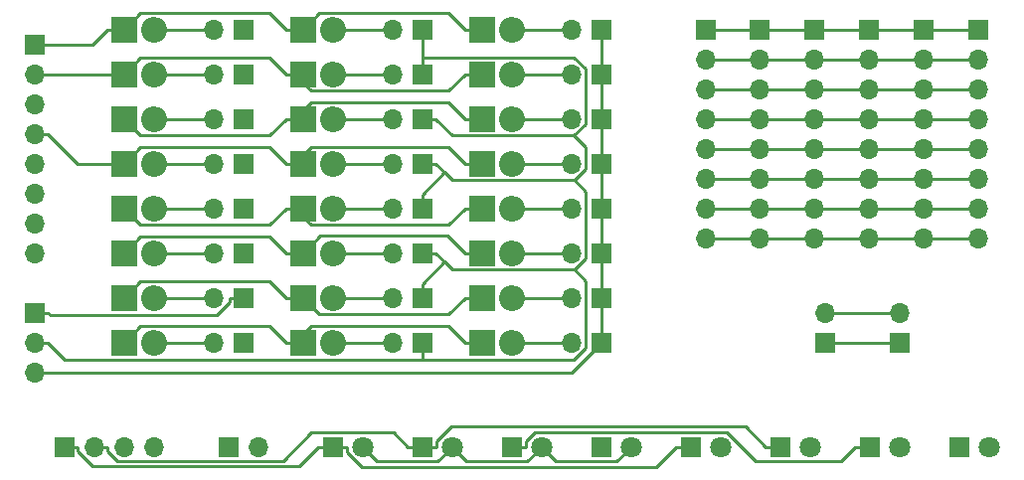
<source format=gbr>
G04 #@! TF.GenerationSoftware,KiCad,Pcbnew,(5.1.2-1)-1*
G04 #@! TF.CreationDate,2019-08-12T18:50:58+10:00*
G04 #@! TF.ProjectId,SmallPCB,536d616c-6c50-4434-922e-6b696361645f,rev?*
G04 #@! TF.SameCoordinates,Original*
G04 #@! TF.FileFunction,Copper,L1,Top*
G04 #@! TF.FilePolarity,Positive*
%FSLAX46Y46*%
G04 Gerber Fmt 4.6, Leading zero omitted, Abs format (unit mm)*
G04 Created by KiCad (PCBNEW (5.1.2-1)-1) date 2019-08-12 18:50:58*
%MOMM*%
%LPD*%
G04 APERTURE LIST*
%ADD10O,1.700000X1.700000*%
%ADD11R,1.700000X1.700000*%
%ADD12C,1.800000*%
%ADD13R,1.800000X1.800000*%
%ADD14O,2.200000X2.200000*%
%ADD15R,2.200000X2.200000*%
%ADD16C,0.250000*%
G04 APERTURE END LIST*
D10*
X136280000Y-63500000D03*
X136280000Y-60960000D03*
X136280000Y-58420000D03*
X136280000Y-55880000D03*
X136280000Y-53340000D03*
X136280000Y-50800000D03*
X136280000Y-48260000D03*
D11*
X136280000Y-45720000D03*
D10*
X131630000Y-63500000D03*
X131630000Y-60960000D03*
X131630000Y-58420000D03*
X131630000Y-55880000D03*
X131630000Y-53340000D03*
X131630000Y-50800000D03*
X131630000Y-48260000D03*
D11*
X131630000Y-45720000D03*
D10*
X126980000Y-63500000D03*
X126980000Y-60960000D03*
X126980000Y-58420000D03*
X126980000Y-55880000D03*
X126980000Y-53340000D03*
X126980000Y-50800000D03*
X126980000Y-48260000D03*
D11*
X126980000Y-45720000D03*
D10*
X122330000Y-63500000D03*
X122330000Y-60960000D03*
X122330000Y-58420000D03*
X122330000Y-55880000D03*
X122330000Y-53340000D03*
X122330000Y-50800000D03*
X122330000Y-48260000D03*
D11*
X122330000Y-45720000D03*
D10*
X117680000Y-63500000D03*
X117680000Y-60960000D03*
X117680000Y-58420000D03*
X117680000Y-55880000D03*
X117680000Y-53340000D03*
X117680000Y-50800000D03*
X117680000Y-48260000D03*
D11*
X117680000Y-45720000D03*
D10*
X113030000Y-63500000D03*
X113030000Y-60960000D03*
X113030000Y-58420000D03*
X113030000Y-55880000D03*
X113030000Y-53340000D03*
X113030000Y-50800000D03*
X113030000Y-48260000D03*
D11*
X113030000Y-45720000D03*
D10*
X55880000Y-74930000D03*
X55880000Y-72390000D03*
D11*
X55880000Y-69850000D03*
D10*
X66040000Y-81280000D03*
X63500000Y-81280000D03*
X60960000Y-81280000D03*
D11*
X58420000Y-81280000D03*
D10*
X74930000Y-81280000D03*
D11*
X72390000Y-81280000D03*
D12*
X137160000Y-81280000D03*
D13*
X134620000Y-81280000D03*
D12*
X106680000Y-81280000D03*
D13*
X104140000Y-81280000D03*
D12*
X129540000Y-81280000D03*
D13*
X127000000Y-81280000D03*
D12*
X99060000Y-81280000D03*
D13*
X96520000Y-81280000D03*
D12*
X121920000Y-81280000D03*
D13*
X119380000Y-81280000D03*
D12*
X91440000Y-81280000D03*
D13*
X88900000Y-81280000D03*
D12*
X114300000Y-81280000D03*
D13*
X111760000Y-81280000D03*
D12*
X83820000Y-81280000D03*
D13*
X81280000Y-81280000D03*
D10*
X101600000Y-72390000D03*
D11*
X104140000Y-72390000D03*
D10*
X101600000Y-68580000D03*
D11*
X104140000Y-68580000D03*
D10*
X101600000Y-64770000D03*
D11*
X104140000Y-64770000D03*
D10*
X101600000Y-60960000D03*
D11*
X104140000Y-60960000D03*
D10*
X101600000Y-57150000D03*
D11*
X104140000Y-57150000D03*
D10*
X101600000Y-53340000D03*
D11*
X104140000Y-53340000D03*
D10*
X101600000Y-49530000D03*
D11*
X104140000Y-49530000D03*
D10*
X101600000Y-45720000D03*
D11*
X104140000Y-45720000D03*
D14*
X96520000Y-72390000D03*
D15*
X93980000Y-72390000D03*
D14*
X96520000Y-68580000D03*
D15*
X93980000Y-68580000D03*
D14*
X96520000Y-64770000D03*
D15*
X93980000Y-64770000D03*
D14*
X96520000Y-60960000D03*
D15*
X93980000Y-60960000D03*
D14*
X96520000Y-57150000D03*
D15*
X93980000Y-57150000D03*
D14*
X96520000Y-53340000D03*
D15*
X93980000Y-53340000D03*
D14*
X96520000Y-49530000D03*
D15*
X93980000Y-49530000D03*
D14*
X96520000Y-45720000D03*
D15*
X93980000Y-45720000D03*
D10*
X86360000Y-72390000D03*
D11*
X88900000Y-72390000D03*
D10*
X86360000Y-68580000D03*
D11*
X88900000Y-68580000D03*
D10*
X86360000Y-64770000D03*
D11*
X88900000Y-64770000D03*
D10*
X86360000Y-60960000D03*
D11*
X88900000Y-60960000D03*
D10*
X86360000Y-57150000D03*
D11*
X88900000Y-57150000D03*
D10*
X86360000Y-53340000D03*
D11*
X88900000Y-53340000D03*
D10*
X86360000Y-49530000D03*
D11*
X88900000Y-49530000D03*
D10*
X86360000Y-45720000D03*
D11*
X88900000Y-45720000D03*
D14*
X81280000Y-72390000D03*
D15*
X78740000Y-72390000D03*
D14*
X81280000Y-68580000D03*
D15*
X78740000Y-68580000D03*
D14*
X81280000Y-64770000D03*
D15*
X78740000Y-64770000D03*
D14*
X81280000Y-60960000D03*
D15*
X78740000Y-60960000D03*
D14*
X81280000Y-57150000D03*
D15*
X78740000Y-57150000D03*
D14*
X81280000Y-53340000D03*
D15*
X78740000Y-53340000D03*
D14*
X81280000Y-49530000D03*
D15*
X78740000Y-49530000D03*
D14*
X81280000Y-45720000D03*
D15*
X78740000Y-45720000D03*
D10*
X129540000Y-69850000D03*
D11*
X129540000Y-72390000D03*
D10*
X123190000Y-69850000D03*
D11*
X123190000Y-72390000D03*
D10*
X55880000Y-64770000D03*
X55880000Y-62230000D03*
X55880000Y-59690000D03*
X55880000Y-57150000D03*
X55880000Y-54610000D03*
X55880000Y-52070000D03*
X55880000Y-49530000D03*
D11*
X55880000Y-46990000D03*
D10*
X71120000Y-72390000D03*
D11*
X73660000Y-72390000D03*
D10*
X71120000Y-68580000D03*
D11*
X73660000Y-68580000D03*
D10*
X71120000Y-64770000D03*
D11*
X73660000Y-64770000D03*
D10*
X71120000Y-60960000D03*
D11*
X73660000Y-60960000D03*
D10*
X71120000Y-57150000D03*
D11*
X73660000Y-57150000D03*
D10*
X71120000Y-53340000D03*
D11*
X73660000Y-53340000D03*
D10*
X71120000Y-49530000D03*
D11*
X73660000Y-49530000D03*
D10*
X71120000Y-45720000D03*
D11*
X73660000Y-45720000D03*
D14*
X66040000Y-72390000D03*
D15*
X63500000Y-72390000D03*
D14*
X66040000Y-68580000D03*
D15*
X63500000Y-68580000D03*
D14*
X66040000Y-64770000D03*
D15*
X63500000Y-64770000D03*
D14*
X66040000Y-60960000D03*
D15*
X63500000Y-60960000D03*
D14*
X66040000Y-57150000D03*
D15*
X63500000Y-57150000D03*
D14*
X66040000Y-53340000D03*
D15*
X63500000Y-53340000D03*
D14*
X66040000Y-49530000D03*
D15*
X63500000Y-49530000D03*
D14*
X66040000Y-45720000D03*
D15*
X63500000Y-45720000D03*
D16*
X66040000Y-45720000D02*
X71120000Y-45720000D01*
X93980000Y-45720000D02*
X92554700Y-45720000D01*
X92554700Y-45720000D02*
X91129400Y-44294700D01*
X91129400Y-44294700D02*
X80165300Y-44294700D01*
X80165300Y-44294700D02*
X78740000Y-45720000D01*
X78740000Y-45720000D02*
X77314700Y-45720000D01*
X77314700Y-45720000D02*
X75889400Y-44294700D01*
X75889400Y-44294700D02*
X64925300Y-44294700D01*
X64925300Y-44294700D02*
X63500000Y-45720000D01*
X63500000Y-45720000D02*
X62074700Y-45720000D01*
X62074700Y-45720000D02*
X60804700Y-46990000D01*
X60804700Y-46990000D02*
X55880000Y-46990000D01*
X66040000Y-49530000D02*
X71120000Y-49530000D01*
X55880000Y-49530000D02*
X63500000Y-49530000D01*
X63500000Y-49530000D02*
X64925300Y-48104700D01*
X64925300Y-48104700D02*
X75889400Y-48104700D01*
X75889400Y-48104700D02*
X77314700Y-49530000D01*
X77314700Y-49530000D02*
X78027400Y-49530000D01*
X78740000Y-49530000D02*
X78027400Y-49530000D01*
X78027400Y-49530000D02*
X79452700Y-50955300D01*
X79452700Y-50955300D02*
X91129400Y-50955300D01*
X91129400Y-50955300D02*
X92554700Y-49530000D01*
X92554700Y-49530000D02*
X93980000Y-49530000D01*
X66040000Y-53340000D02*
X71120000Y-53340000D01*
X63500000Y-53340000D02*
X64925300Y-54765300D01*
X64925300Y-54765300D02*
X75889400Y-54765300D01*
X75889400Y-54765300D02*
X77314700Y-53340000D01*
X77314700Y-53340000D02*
X78027400Y-53340000D01*
X78740000Y-53340000D02*
X78027400Y-53340000D01*
X78027400Y-53340000D02*
X79452700Y-51914700D01*
X79452700Y-51914700D02*
X91129400Y-51914700D01*
X91129400Y-51914700D02*
X92554700Y-53340000D01*
X92554700Y-53340000D02*
X93980000Y-53340000D01*
X66040000Y-57150000D02*
X71120000Y-57150000D01*
X55880000Y-54610000D02*
X57055300Y-54610000D01*
X57055300Y-54610000D02*
X59595300Y-57150000D01*
X59595300Y-57150000D02*
X63500000Y-57150000D01*
X63500000Y-57150000D02*
X64925300Y-55724700D01*
X64925300Y-55724700D02*
X75889400Y-55724700D01*
X75889400Y-55724700D02*
X77314700Y-57150000D01*
X77314700Y-57150000D02*
X78027400Y-57150000D01*
X78740000Y-57150000D02*
X78027400Y-57150000D01*
X78027400Y-57150000D02*
X79452700Y-55724700D01*
X79452700Y-55724700D02*
X91129400Y-55724700D01*
X91129400Y-55724700D02*
X92554700Y-57150000D01*
X92554700Y-57150000D02*
X93980000Y-57150000D01*
X66040000Y-60960000D02*
X71120000Y-60960000D01*
X63500000Y-60960000D02*
X64925300Y-62385300D01*
X64925300Y-62385300D02*
X75889400Y-62385300D01*
X75889400Y-62385300D02*
X77314700Y-60960000D01*
X77314700Y-60960000D02*
X78027400Y-60960000D01*
X78740000Y-60960000D02*
X78027400Y-60960000D01*
X78027400Y-60960000D02*
X79452700Y-62385300D01*
X79452700Y-62385300D02*
X91129400Y-62385300D01*
X91129400Y-62385300D02*
X92554700Y-60960000D01*
X92554700Y-60960000D02*
X93980000Y-60960000D01*
X66040000Y-64770000D02*
X71120000Y-64770000D01*
X93980000Y-64770000D02*
X92554700Y-64770000D01*
X92554700Y-64770000D02*
X91087600Y-63302900D01*
X91087600Y-63302900D02*
X80207100Y-63302900D01*
X80207100Y-63302900D02*
X78740000Y-64770000D01*
X63500000Y-64770000D02*
X64925300Y-63344700D01*
X64925300Y-63344700D02*
X75889400Y-63344700D01*
X75889400Y-63344700D02*
X77314700Y-64770000D01*
X77314700Y-64770000D02*
X78740000Y-64770000D01*
X66040000Y-68580000D02*
X71120000Y-68580000D01*
X93980000Y-68580000D02*
X92554700Y-68580000D01*
X92554700Y-68580000D02*
X91129400Y-70005300D01*
X91129400Y-70005300D02*
X80165300Y-70005300D01*
X80165300Y-70005300D02*
X78740000Y-68580000D01*
X63500000Y-68580000D02*
X64925300Y-67154700D01*
X64925300Y-67154700D02*
X75889400Y-67154700D01*
X75889400Y-67154700D02*
X77314700Y-68580000D01*
X77314700Y-68580000D02*
X78740000Y-68580000D01*
X66040000Y-72390000D02*
X71120000Y-72390000D01*
X63500000Y-72390000D02*
X64925300Y-70964700D01*
X64925300Y-70964700D02*
X75889400Y-70964700D01*
X75889400Y-70964700D02*
X77314700Y-72390000D01*
X77314700Y-72390000D02*
X78027400Y-72390000D01*
X78740000Y-72390000D02*
X78027400Y-72390000D01*
X78027400Y-72390000D02*
X79452700Y-70964700D01*
X79452700Y-70964700D02*
X91129400Y-70964700D01*
X91129400Y-70964700D02*
X92554700Y-72390000D01*
X92554700Y-72390000D02*
X93980000Y-72390000D01*
X81280000Y-45720000D02*
X86360000Y-45720000D01*
X81280000Y-49530000D02*
X86360000Y-49530000D01*
X81280000Y-53340000D02*
X86360000Y-53340000D01*
X81280000Y-57150000D02*
X86360000Y-57150000D01*
X81280000Y-60960000D02*
X86360000Y-60960000D01*
X81280000Y-64770000D02*
X86360000Y-64770000D01*
X81280000Y-68580000D02*
X86360000Y-68580000D01*
X81280000Y-72390000D02*
X86360000Y-72390000D01*
X96520000Y-45720000D02*
X101600000Y-45720000D01*
X96520000Y-49530000D02*
X101600000Y-49530000D01*
X96520000Y-53340000D02*
X101600000Y-53340000D01*
X96520000Y-57150000D02*
X101600000Y-57150000D01*
X96520000Y-60960000D02*
X101600000Y-60960000D01*
X96520000Y-64770000D02*
X101600000Y-64770000D01*
X96520000Y-68580000D02*
X101600000Y-68580000D01*
X96520000Y-72390000D02*
X101600000Y-72390000D01*
X99060000Y-81280000D02*
X100285000Y-82505400D01*
X100285000Y-82505400D02*
X105455000Y-82505400D01*
X105455000Y-82505400D02*
X106680000Y-81280000D01*
X83820000Y-81280000D02*
X85045400Y-82505400D01*
X85045400Y-82505400D02*
X90214600Y-82505400D01*
X90214600Y-82505400D02*
X91440000Y-81280000D01*
X91440000Y-81280000D02*
X92665400Y-82505400D01*
X92665400Y-82505400D02*
X97834600Y-82505400D01*
X97834600Y-82505400D02*
X99060000Y-81280000D01*
X73660000Y-68580000D02*
X72484700Y-68580000D01*
X72484700Y-68580000D02*
X72484700Y-68947300D01*
X72484700Y-68947300D02*
X71394100Y-70037900D01*
X71394100Y-70037900D02*
X57243200Y-70037900D01*
X57243200Y-70037900D02*
X57055300Y-69850000D01*
X57055300Y-69850000D02*
X55880000Y-69850000D01*
X90805000Y-65499700D02*
X90075300Y-64770000D01*
X101854100Y-66195400D02*
X91500700Y-66195400D01*
X91500700Y-66195400D02*
X90805000Y-65499700D01*
X90805000Y-65499700D02*
X88900000Y-67404700D01*
X88900000Y-68580000D02*
X88900000Y-67404700D01*
X88900000Y-64770000D02*
X90075300Y-64770000D01*
X101869700Y-58575400D02*
X102826300Y-59532000D01*
X102826300Y-59532000D02*
X102826300Y-65223200D01*
X102826300Y-65223200D02*
X101854100Y-66195400D01*
X101854100Y-66195400D02*
X102826400Y-67167700D01*
X102826400Y-67167700D02*
X102826400Y-72830200D01*
X102826400Y-72830200D02*
X101822900Y-73833700D01*
X101822900Y-73833700D02*
X88900000Y-73833700D01*
X90805000Y-57879700D02*
X90075300Y-57150000D01*
X101869700Y-58575400D02*
X91500700Y-58575400D01*
X91500700Y-58575400D02*
X90805000Y-57879700D01*
X90805000Y-57879700D02*
X88900000Y-59784700D01*
X88900000Y-60960000D02*
X88900000Y-59784700D01*
X88900000Y-57150000D02*
X90075300Y-57150000D01*
X101840000Y-54765400D02*
X102825800Y-55751200D01*
X102825800Y-55751200D02*
X102825800Y-57619300D01*
X102825800Y-57619300D02*
X101869700Y-58575400D01*
X88900000Y-73833700D02*
X58499000Y-73833700D01*
X58499000Y-73833700D02*
X57055300Y-72390000D01*
X88900000Y-73565300D02*
X88900000Y-73833700D01*
X101840000Y-54765400D02*
X91500700Y-54765400D01*
X91500700Y-54765400D02*
X90075300Y-53340000D01*
X88900000Y-48082300D02*
X101817900Y-48082300D01*
X101817900Y-48082300D02*
X102824000Y-49088400D01*
X102824000Y-49088400D02*
X102824000Y-53781400D01*
X102824000Y-53781400D02*
X101840000Y-54765400D01*
X88900000Y-72390000D02*
X88900000Y-73565300D01*
X55880000Y-72390000D02*
X57055300Y-72390000D01*
X88900000Y-48082300D02*
X88900000Y-49530000D01*
X88900000Y-45720000D02*
X88900000Y-48082300D01*
X88900000Y-53340000D02*
X90075300Y-53340000D01*
X104140000Y-72390000D02*
X101600000Y-74930000D01*
X101600000Y-74930000D02*
X55880000Y-74930000D01*
X104140000Y-68580000D02*
X104140000Y-72390000D01*
X104140000Y-64770000D02*
X104140000Y-68580000D01*
X104140000Y-60960000D02*
X104140000Y-64770000D01*
X104140000Y-57150000D02*
X104140000Y-60960000D01*
X104140000Y-53340000D02*
X104140000Y-57150000D01*
X104140000Y-49530000D02*
X104140000Y-53340000D01*
X104140000Y-45720000D02*
X104140000Y-49530000D01*
X113030000Y-63500000D02*
X117680000Y-63500000D01*
X117680000Y-63500000D02*
X122330000Y-63500000D01*
X122330000Y-63500000D02*
X126980000Y-63500000D01*
X126980000Y-63500000D02*
X131630000Y-63500000D01*
X131630000Y-63500000D02*
X136280000Y-63500000D01*
X113030000Y-60960000D02*
X117680000Y-60960000D01*
X117680000Y-60960000D02*
X122330000Y-60960000D01*
X122330000Y-60960000D02*
X126980000Y-60960000D01*
X126980000Y-60960000D02*
X131630000Y-60960000D01*
X131630000Y-60960000D02*
X136280000Y-60960000D01*
X113030000Y-58420000D02*
X117680000Y-58420000D01*
X117680000Y-58420000D02*
X122330000Y-58420000D01*
X122330000Y-58420000D02*
X126980000Y-58420000D01*
X126980000Y-58420000D02*
X131630000Y-58420000D01*
X131630000Y-58420000D02*
X136280000Y-58420000D01*
X113030000Y-55880000D02*
X117680000Y-55880000D01*
X117680000Y-55880000D02*
X122330000Y-55880000D01*
X122330000Y-55880000D02*
X126980000Y-55880000D01*
X126980000Y-55880000D02*
X131630000Y-55880000D01*
X131630000Y-55880000D02*
X136280000Y-55880000D01*
X113030000Y-53340000D02*
X117680000Y-53340000D01*
X117680000Y-53340000D02*
X122330000Y-53340000D01*
X122330000Y-53340000D02*
X126980000Y-53340000D01*
X126980000Y-53340000D02*
X131630000Y-53340000D01*
X131630000Y-53340000D02*
X136280000Y-53340000D01*
X113030000Y-50800000D02*
X117680000Y-50800000D01*
X117680000Y-50800000D02*
X122330000Y-50800000D01*
X122330000Y-50800000D02*
X126980000Y-50800000D01*
X126980000Y-50800000D02*
X131630000Y-50800000D01*
X131630000Y-50800000D02*
X136280000Y-50800000D01*
X113030000Y-48260000D02*
X117680000Y-48260000D01*
X117680000Y-48260000D02*
X122330000Y-48260000D01*
X122330000Y-48260000D02*
X126980000Y-48260000D01*
X126980000Y-48260000D02*
X131630000Y-48260000D01*
X131630000Y-48260000D02*
X136280000Y-48260000D01*
X113030000Y-45720000D02*
X117680000Y-45720000D01*
X117680000Y-45720000D02*
X122330000Y-45720000D01*
X122330000Y-45720000D02*
X126980000Y-45720000D01*
X126980000Y-45720000D02*
X131630000Y-45720000D01*
X131630000Y-45720000D02*
X136280000Y-45720000D01*
X81280000Y-81280000D02*
X80054700Y-81280000D01*
X80054700Y-81280000D02*
X78419200Y-82915500D01*
X78419200Y-82915500D02*
X60863500Y-82915500D01*
X60863500Y-82915500D02*
X59595300Y-81647300D01*
X59595300Y-81647300D02*
X59595300Y-81280000D01*
X59595300Y-81280000D02*
X58420000Y-81280000D01*
X111760000Y-81280000D02*
X110535000Y-81280000D01*
X110535000Y-81280000D02*
X108809000Y-83005700D01*
X108809000Y-83005700D02*
X83771500Y-83005700D01*
X83771500Y-83005700D02*
X82505300Y-81739500D01*
X82505300Y-81739500D02*
X82505300Y-81280000D01*
X82505300Y-81280000D02*
X81280000Y-81280000D01*
X96520000Y-81280000D02*
X97745300Y-81280000D01*
X97745300Y-81280000D02*
X97745300Y-80820500D01*
X97745300Y-80820500D02*
X98511200Y-80054600D01*
X98511200Y-80054600D02*
X114868000Y-80054600D01*
X114868000Y-80054600D02*
X117318000Y-82505300D01*
X117318000Y-82505300D02*
X124549000Y-82505300D01*
X124549000Y-82505300D02*
X125775000Y-81280000D01*
X125775000Y-81280000D02*
X127000000Y-81280000D01*
X123190000Y-69850000D02*
X129540000Y-69850000D01*
X123190000Y-72390000D02*
X129540000Y-72390000D01*
X88900000Y-81280000D02*
X87674700Y-81280000D01*
X87674700Y-81280000D02*
X86449300Y-80054600D01*
X86449300Y-80054600D02*
X79455800Y-80054600D01*
X79455800Y-80054600D02*
X77055100Y-82455300D01*
X77055100Y-82455300D02*
X62943200Y-82455300D01*
X62943200Y-82455300D02*
X62135300Y-81647400D01*
X62135300Y-81647400D02*
X62135300Y-81280000D01*
X62135300Y-81280000D02*
X60960000Y-81280000D01*
X119380000Y-81280000D02*
X118155000Y-81280000D01*
X118155000Y-81280000D02*
X116443000Y-79567900D01*
X116443000Y-79567900D02*
X91377800Y-79567900D01*
X91377800Y-79567900D02*
X90125300Y-80820400D01*
X90125300Y-80820400D02*
X90125300Y-81280000D01*
X90125300Y-81280000D02*
X88900000Y-81280000D01*
M02*

</source>
